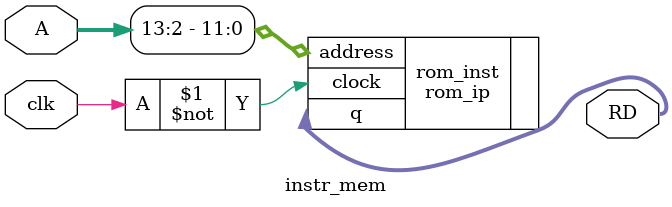
<source format=sv>
module instr_mem (
    input  logic        clk, // clock
    input  logic [31:0] A,
    output logic [31:0] RD
);

// replace array with rom_ip core
rom_ip rom_inst (
    .address (A[13:2]), // word aligned address
    .clock   (~clk),    // inverted clock for stability
    .q       (RD)
);

endmodule

</source>
